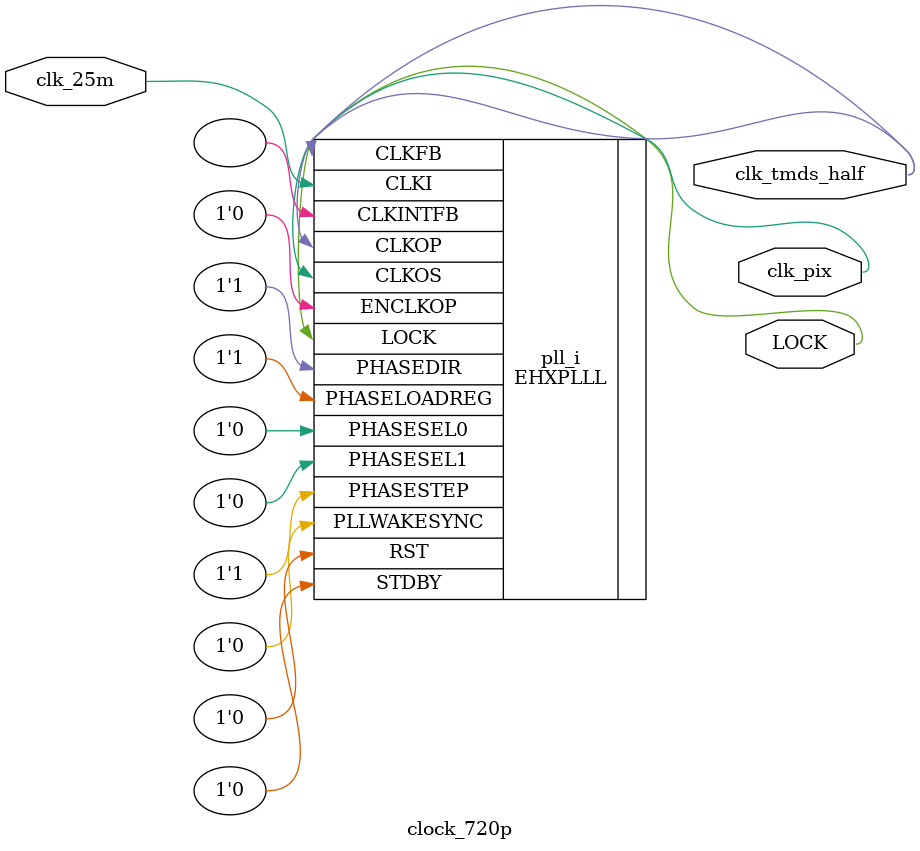
<source format=v>
module clock_720p
(
    input clk_25m, // 25 MHz, 0 deg
    output clk_tmds_half, // 375 MHz, 0 deg
    output clk_pix, // 75 MHz, 0 deg
    output LOCK
);
(* FREQUENCY_PIN_CLKI="25" *)
(* FREQUENCY_PIN_CLKOP="375" *)
(* FREQUENCY_PIN_CLKOS="75" *)
(* ICP_CURRENT="12" *) (* LPF_RESISTOR="8" *) (* MFG_ENABLE_FILTEROPAMP="1" *) (* MFG_GMCREF_SEL="2" *)
EHXPLLL #(
        .PLLRST_ENA("DISABLED"),
        .INTFB_WAKE("DISABLED"),
        .STDBY_ENABLE("DISABLED"),
        .DPHASE_SOURCE("DISABLED"),
        .OUTDIVIDER_MUXA("DIVA"),
        .OUTDIVIDER_MUXB("DIVB"),
        .OUTDIVIDER_MUXC("DIVC"),
        .OUTDIVIDER_MUXD("DIVD"),
        .CLKI_DIV(1),
        .CLKOP_ENABLE("ENABLED"),
        .CLKOP_DIV(2),
        .CLKOP_CPHASE(0),
        .CLKOP_FPHASE(0),
        .CLKOS_ENABLE("ENABLED"),
        .CLKOS_DIV(10),
        .CLKOS_CPHASE(0),
        .CLKOS_FPHASE(0),
        .FEEDBK_PATH("CLKOP"),
        .CLKFB_DIV(15)
    ) pll_i (
        .RST(1'b0),
        .STDBY(1'b0),
        .CLKI(clk_25m),
        .CLKOP(clk_tmds_half),
        .CLKOS(clk_pix),
        .CLKFB(clk_tmds_half),
        .CLKINTFB(),
        .PHASESEL0(1'b0),
        .PHASESEL1(1'b0),
        .PHASEDIR(1'b1),
        .PHASESTEP(1'b1),
        .PHASELOADREG(1'b1),
        .PLLWAKESYNC(1'b0),
        .ENCLKOP(1'b0),
        .LOCK(LOCK)
	);
endmodule

</source>
